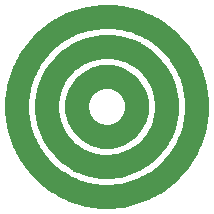
<source format=gbs>
G75*
%MOIN*%
%OFA0B0*%
%FSLAX24Y24*%
%IPPOS*%
%LPD*%
%AMOC8*
5,1,8,0,0,1.08239X$1,22.5*
%
%ADD10C,0.0800*%
%ADD11R,0.0330X0.0330*%
%ADD12C,0.0390*%
D10*
X000875Y003875D02*
X000877Y003984D01*
X000883Y004093D01*
X000893Y004201D01*
X000907Y004309D01*
X000924Y004417D01*
X000946Y004524D01*
X000971Y004630D01*
X001001Y004734D01*
X001034Y004838D01*
X001071Y004941D01*
X001111Y005042D01*
X001155Y005141D01*
X001203Y005239D01*
X001255Y005336D01*
X001309Y005430D01*
X001367Y005522D01*
X001429Y005612D01*
X001494Y005699D01*
X001561Y005785D01*
X001632Y005868D01*
X001706Y005948D01*
X001783Y006025D01*
X001862Y006100D01*
X001944Y006171D01*
X002029Y006240D01*
X002116Y006305D01*
X002205Y006368D01*
X002297Y006426D01*
X002391Y006482D01*
X002486Y006534D01*
X002584Y006583D01*
X002683Y006628D01*
X002784Y006670D01*
X002886Y006707D01*
X002989Y006741D01*
X003094Y006772D01*
X003200Y006798D01*
X003306Y006821D01*
X003414Y006839D01*
X003522Y006854D01*
X003630Y006865D01*
X003739Y006872D01*
X003848Y006875D01*
X003957Y006874D01*
X004066Y006869D01*
X004174Y006860D01*
X004282Y006847D01*
X004390Y006830D01*
X004497Y006810D01*
X004603Y006785D01*
X004708Y006757D01*
X004812Y006725D01*
X004915Y006689D01*
X005017Y006649D01*
X005117Y006606D01*
X005215Y006559D01*
X005312Y006509D01*
X005406Y006455D01*
X005499Y006397D01*
X005590Y006337D01*
X005678Y006273D01*
X005764Y006206D01*
X005847Y006136D01*
X005928Y006063D01*
X006006Y005987D01*
X006081Y005908D01*
X006154Y005826D01*
X006223Y005742D01*
X006289Y005656D01*
X006352Y005567D01*
X006412Y005476D01*
X006469Y005383D01*
X006522Y005288D01*
X006571Y005191D01*
X006617Y005092D01*
X006659Y004992D01*
X006698Y004890D01*
X006733Y004786D01*
X006764Y004682D01*
X006792Y004577D01*
X006815Y004470D01*
X006835Y004363D01*
X006851Y004255D01*
X006863Y004147D01*
X006871Y004038D01*
X006875Y003929D01*
X006875Y003821D01*
X006871Y003712D01*
X006863Y003603D01*
X006851Y003495D01*
X006835Y003387D01*
X006815Y003280D01*
X006792Y003173D01*
X006764Y003068D01*
X006733Y002964D01*
X006698Y002860D01*
X006659Y002758D01*
X006617Y002658D01*
X006571Y002559D01*
X006522Y002462D01*
X006469Y002367D01*
X006412Y002274D01*
X006352Y002183D01*
X006289Y002094D01*
X006223Y002008D01*
X006154Y001924D01*
X006081Y001842D01*
X006006Y001763D01*
X005928Y001687D01*
X005847Y001614D01*
X005764Y001544D01*
X005678Y001477D01*
X005590Y001413D01*
X005499Y001353D01*
X005406Y001295D01*
X005312Y001241D01*
X005215Y001191D01*
X005117Y001144D01*
X005017Y001101D01*
X004915Y001061D01*
X004812Y001025D01*
X004708Y000993D01*
X004603Y000965D01*
X004497Y000940D01*
X004390Y000920D01*
X004282Y000903D01*
X004174Y000890D01*
X004066Y000881D01*
X003957Y000876D01*
X003848Y000875D01*
X003739Y000878D01*
X003630Y000885D01*
X003522Y000896D01*
X003414Y000911D01*
X003306Y000929D01*
X003200Y000952D01*
X003094Y000978D01*
X002989Y001009D01*
X002886Y001043D01*
X002784Y001080D01*
X002683Y001122D01*
X002584Y001167D01*
X002486Y001216D01*
X002391Y001268D01*
X002297Y001324D01*
X002205Y001382D01*
X002116Y001445D01*
X002029Y001510D01*
X001944Y001579D01*
X001862Y001650D01*
X001783Y001725D01*
X001706Y001802D01*
X001632Y001882D01*
X001561Y001965D01*
X001494Y002051D01*
X001429Y002138D01*
X001367Y002228D01*
X001309Y002320D01*
X001255Y002414D01*
X001203Y002511D01*
X001155Y002609D01*
X001111Y002708D01*
X001071Y002809D01*
X001034Y002912D01*
X001001Y003016D01*
X000971Y003120D01*
X000946Y003226D01*
X000924Y003333D01*
X000907Y003441D01*
X000893Y003549D01*
X000883Y003657D01*
X000877Y003766D01*
X000875Y003875D01*
X001875Y003875D02*
X001877Y003964D01*
X001883Y004053D01*
X001893Y004142D01*
X001907Y004230D01*
X001924Y004317D01*
X001946Y004403D01*
X001972Y004489D01*
X002001Y004573D01*
X002034Y004656D01*
X002070Y004737D01*
X002111Y004817D01*
X002154Y004894D01*
X002201Y004970D01*
X002252Y005043D01*
X002305Y005114D01*
X002362Y005183D01*
X002422Y005249D01*
X002485Y005313D01*
X002550Y005373D01*
X002618Y005431D01*
X002689Y005485D01*
X002762Y005536D01*
X002837Y005584D01*
X002914Y005629D01*
X002993Y005670D01*
X003074Y005707D01*
X003156Y005741D01*
X003240Y005772D01*
X003325Y005798D01*
X003411Y005821D01*
X003498Y005839D01*
X003586Y005854D01*
X003675Y005865D01*
X003764Y005872D01*
X003853Y005875D01*
X003942Y005874D01*
X004031Y005869D01*
X004119Y005860D01*
X004208Y005847D01*
X004295Y005830D01*
X004382Y005810D01*
X004468Y005785D01*
X004552Y005757D01*
X004635Y005725D01*
X004717Y005689D01*
X004797Y005650D01*
X004875Y005607D01*
X004951Y005561D01*
X005025Y005511D01*
X005097Y005458D01*
X005166Y005402D01*
X005233Y005343D01*
X005297Y005281D01*
X005358Y005217D01*
X005417Y005149D01*
X005472Y005079D01*
X005524Y005007D01*
X005573Y004932D01*
X005618Y004856D01*
X005660Y004777D01*
X005698Y004697D01*
X005733Y004615D01*
X005764Y004531D01*
X005792Y004446D01*
X005815Y004360D01*
X005835Y004273D01*
X005851Y004186D01*
X005863Y004097D01*
X005871Y004009D01*
X005875Y003920D01*
X005875Y003830D01*
X005871Y003741D01*
X005863Y003653D01*
X005851Y003564D01*
X005835Y003477D01*
X005815Y003390D01*
X005792Y003304D01*
X005764Y003219D01*
X005733Y003135D01*
X005698Y003053D01*
X005660Y002973D01*
X005618Y002894D01*
X005573Y002818D01*
X005524Y002743D01*
X005472Y002671D01*
X005417Y002601D01*
X005358Y002533D01*
X005297Y002469D01*
X005233Y002407D01*
X005166Y002348D01*
X005097Y002292D01*
X005025Y002239D01*
X004951Y002189D01*
X004875Y002143D01*
X004797Y002100D01*
X004717Y002061D01*
X004635Y002025D01*
X004552Y001993D01*
X004468Y001965D01*
X004382Y001940D01*
X004295Y001920D01*
X004208Y001903D01*
X004119Y001890D01*
X004031Y001881D01*
X003942Y001876D01*
X003853Y001875D01*
X003764Y001878D01*
X003675Y001885D01*
X003586Y001896D01*
X003498Y001911D01*
X003411Y001929D01*
X003325Y001952D01*
X003240Y001978D01*
X003156Y002009D01*
X003074Y002043D01*
X002993Y002080D01*
X002914Y002121D01*
X002837Y002166D01*
X002762Y002214D01*
X002689Y002265D01*
X002618Y002319D01*
X002550Y002377D01*
X002485Y002437D01*
X002422Y002501D01*
X002362Y002567D01*
X002305Y002636D01*
X002252Y002707D01*
X002201Y002780D01*
X002154Y002856D01*
X002111Y002933D01*
X002070Y003013D01*
X002034Y003094D01*
X002001Y003177D01*
X001972Y003261D01*
X001946Y003347D01*
X001924Y003433D01*
X001907Y003520D01*
X001893Y003608D01*
X001883Y003697D01*
X001877Y003786D01*
X001875Y003875D01*
X002875Y003875D02*
X002877Y003938D01*
X002883Y004000D01*
X002893Y004062D01*
X002906Y004124D01*
X002924Y004184D01*
X002945Y004243D01*
X002970Y004301D01*
X002999Y004357D01*
X003031Y004411D01*
X003066Y004463D01*
X003104Y004512D01*
X003146Y004560D01*
X003190Y004604D01*
X003238Y004646D01*
X003287Y004684D01*
X003339Y004719D01*
X003393Y004751D01*
X003449Y004780D01*
X003507Y004805D01*
X003566Y004826D01*
X003626Y004844D01*
X003688Y004857D01*
X003750Y004867D01*
X003812Y004873D01*
X003875Y004875D01*
X003938Y004873D01*
X004000Y004867D01*
X004062Y004857D01*
X004124Y004844D01*
X004184Y004826D01*
X004243Y004805D01*
X004301Y004780D01*
X004357Y004751D01*
X004411Y004719D01*
X004463Y004684D01*
X004512Y004646D01*
X004560Y004604D01*
X004604Y004560D01*
X004646Y004512D01*
X004684Y004463D01*
X004719Y004411D01*
X004751Y004357D01*
X004780Y004301D01*
X004805Y004243D01*
X004826Y004184D01*
X004844Y004124D01*
X004857Y004062D01*
X004867Y004000D01*
X004873Y003938D01*
X004875Y003875D01*
X004873Y003812D01*
X004867Y003750D01*
X004857Y003688D01*
X004844Y003626D01*
X004826Y003566D01*
X004805Y003507D01*
X004780Y003449D01*
X004751Y003393D01*
X004719Y003339D01*
X004684Y003287D01*
X004646Y003238D01*
X004604Y003190D01*
X004560Y003146D01*
X004512Y003104D01*
X004463Y003066D01*
X004411Y003031D01*
X004357Y002999D01*
X004301Y002970D01*
X004243Y002945D01*
X004184Y002924D01*
X004124Y002906D01*
X004062Y002893D01*
X004000Y002883D01*
X003938Y002877D01*
X003875Y002875D01*
X003812Y002877D01*
X003750Y002883D01*
X003688Y002893D01*
X003626Y002906D01*
X003566Y002924D01*
X003507Y002945D01*
X003449Y002970D01*
X003393Y002999D01*
X003339Y003031D01*
X003287Y003066D01*
X003238Y003104D01*
X003190Y003146D01*
X003146Y003190D01*
X003104Y003238D01*
X003066Y003287D01*
X003031Y003339D01*
X002999Y003393D01*
X002970Y003449D01*
X002945Y003507D01*
X002924Y003566D01*
X002906Y003626D01*
X002893Y003688D01*
X002883Y003750D01*
X002877Y003812D01*
X002875Y003875D01*
D11*
X002875Y003875D03*
X001875Y003875D03*
X000875Y003875D03*
D12*
X002875Y001875D03*
X004375Y002875D03*
X004875Y005875D03*
X001875Y005875D03*
M02*

</source>
